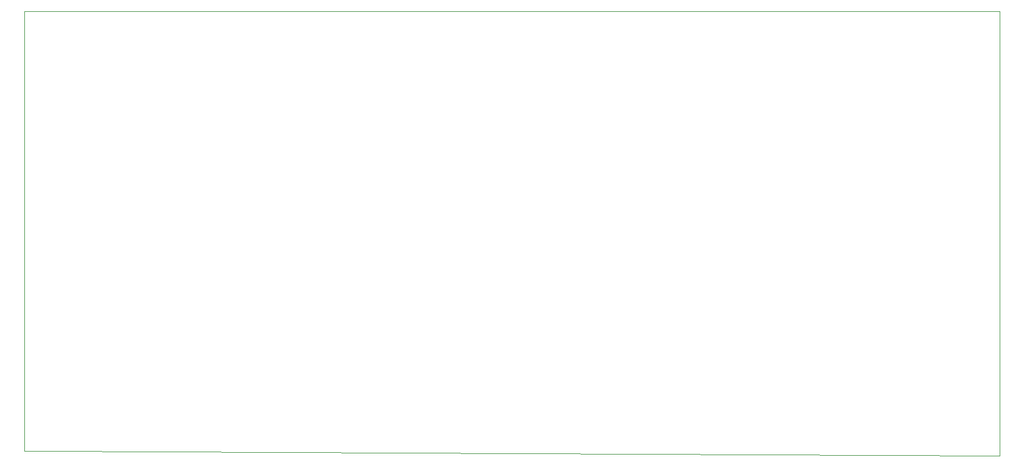
<source format=gbr>
G04 #@! TF.GenerationSoftware,KiCad,Pcbnew,5.1.5+dfsg1-2build2*
G04 #@! TF.CreationDate,2022-11-08T08:09:59+00:00*
G04 #@! TF.ProjectId,datapack-tool1,64617461-7061-4636-9b2d-746f6f6c312e,rev?*
G04 #@! TF.SameCoordinates,Original*
G04 #@! TF.FileFunction,Profile,NP*
%FSLAX46Y46*%
G04 Gerber Fmt 4.6, Leading zero omitted, Abs format (unit mm)*
G04 Created by KiCad (PCBNEW 5.1.5+dfsg1-2build2) date 2022-11-08 08:09:59*
%MOMM*%
%LPD*%
G04 APERTURE LIST*
%ADD10C,0.050000*%
G04 APERTURE END LIST*
D10*
X67945000Y-163195000D02*
X67945000Y-100330000D01*
X69215000Y-163195000D02*
X67945000Y-163195000D01*
X70485000Y-163195000D02*
X69215000Y-163195000D01*
X207010000Y-163830000D02*
X70485000Y-163195000D01*
X207010000Y-100330000D02*
X207010000Y-163830000D01*
X67945000Y-100330000D02*
X207010000Y-100330000D01*
M02*

</source>
